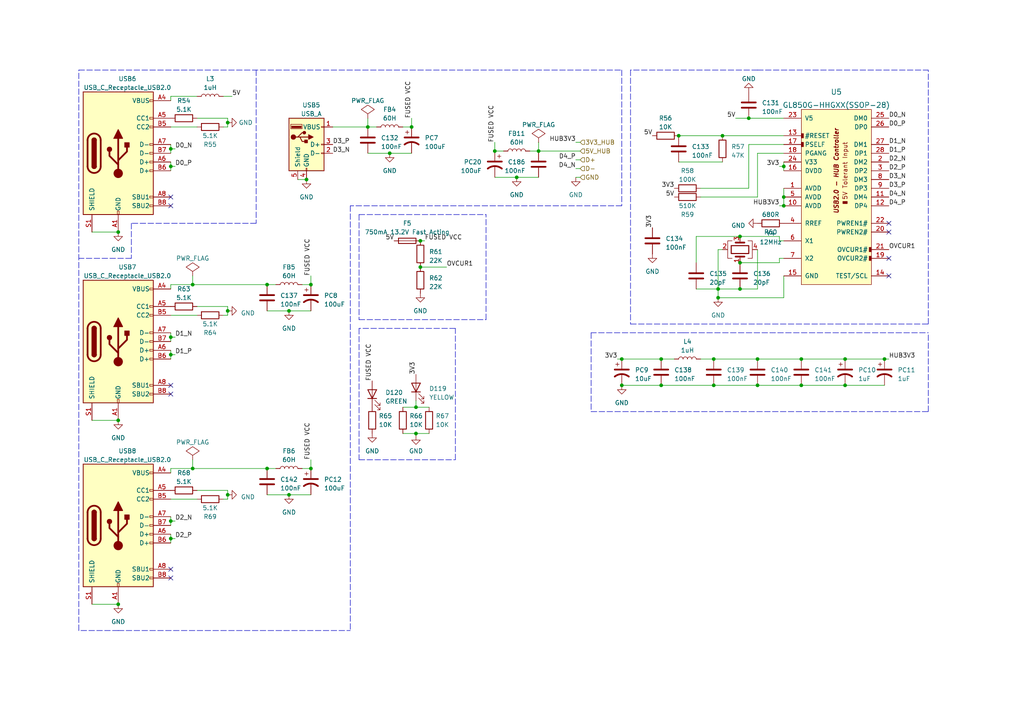
<source format=kicad_sch>
(kicad_sch (version 20211123) (generator eeschema)
  (paper "A4")
  (lib_symbols
    (symbol "Connector:USB_A" (pin_names (offset 1.016))
      (property "Reference" "J" (at -5.08 11.43 0))
      (property "Value" "USB_A" (at -5.08 8.89 0))
      (symbol "USB_A_0_1"
        (rectangle (start -5.08 -7.62) (end 5.08 7.62) (stroke (width 0.254)) (fill (type background)))
        (circle (center -3.81 2.159) (radius 0.635) (stroke (width 0.254)) (fill (type outline)))
        (rectangle (start -1.524 4.826) (end -4.318 5.334) (fill (type outline)))
        (rectangle (start -1.27 4.572) (end -4.572 5.842))
        (circle (center -0.635 3.429) (radius 0.381) (stroke (width 0.254)) (fill (type outline)))
        (rectangle (start -0.127 -7.62) (end 0.127 -6.858))
        (polyline (pts (xy -3.175 2.159) (xy -2.54 2.159) (xy -1.27 3.429) (xy -0.635 3.429)) (stroke (width 0.254)))
        (polyline (pts (xy -2.54 2.159) (xy -1.905 2.159) (xy -1.27 0.889) (xy 0 0.889)) (stroke (width 0.254)))
        (polyline (pts (xy 0.635 2.794) (xy 0.635 1.524) (xy 1.905 2.159) (xy 0.635 2.794)) (stroke (width 0.254)) (fill (type outline)))
        (rectangle (start 0.254 1.27) (end -0.508 0.508) (stroke (width 0.254)) (fill (type outline)))
        (rectangle (start 5.08 -2.667) (end 4.318 -2.413))
        (rectangle (start 5.08 -0.127) (end 4.318 0.127))
        (rectangle (start 5.08 4.953) (end 4.318 5.207))
      )
      (symbol "USB_A_1_1"
        (polyline (pts (xy -1.905 2.159) (xy 0.635 2.159)) (stroke (width 0.254)))
        (pin power_in line (at 7.62 5.08 180) (length 2.54) (name "VBUS") (number "1"))
        (pin bidirectional line (at 7.62 -2.54 180) (length 2.54) (name "D-") (number "2"))
        (pin bidirectional line (at 7.62 0 180) (length 2.54) (name "D+") (number "3"))
        (pin power_in line (at 0 -10.16 90) (length 2.54) (name "GND") (number "4"))
        (pin passive line (at -2.54 -10.16 90) (length 2.54) (name "Shield") (number "5"))
      )
    )
    (symbol "Connector:USB_C_Receptacle_USB2.0" (pin_names (offset 1.016))
      (property "Reference" "J" (at -10.16 19.05 0))
      (property "Value" "USB_C_Receptacle_USB2.0" (at 19.05 19.05 0))
      (symbol "USB_C_Receptacle_USB2.0_0_0"
        (rectangle (start -0.254 -17.78) (end 0.254 -16.764))
        (rectangle (start 10.16 -14.986) (end 9.144 -15.494))
        (rectangle (start 10.16 -12.446) (end 9.144 -12.954))
        (rectangle (start 10.16 -4.826) (end 9.144 -5.334))
        (rectangle (start 10.16 -2.286) (end 9.144 -2.794))
        (rectangle (start 10.16 0.254) (end 9.144 -0.254))
        (rectangle (start 10.16 2.794) (end 9.144 2.286))
        (rectangle (start 10.16 7.874) (end 9.144 7.366))
        (rectangle (start 10.16 10.414) (end 9.144 9.906))
        (rectangle (start 10.16 15.494) (end 9.144 14.986))
      )
      (symbol "USB_C_Receptacle_USB2.0_0_1"
        (rectangle (start -10.16 17.78) (end 10.16 -17.78) (stroke (width 0.254)) (fill (type background)))
        (arc (start -8.89 -3.81) (mid -6.985 -5.715) (end -5.08 -3.81) (stroke (width 0.508)))
        (arc (start -7.62 -3.81) (mid -6.985 -4.445) (end -6.35 -3.81) (stroke (width 0.254)))
        (arc (start -7.62 -3.81) (mid -6.985 -4.445) (end -6.35 -3.81) (stroke (width 0.254)) (fill (type outline)))
        (rectangle (start -7.62 -3.81) (end -6.35 3.81) (stroke (width 0.254)) (fill (type outline)))
        (arc (start -6.35 3.81) (mid -6.985 4.445) (end -7.62 3.81) (stroke (width 0.254)))
        (arc (start -6.35 3.81) (mid -6.985 4.445) (end -7.62 3.81) (stroke (width 0.254)) (fill (type outline)))
        (arc (start -5.08 3.81) (mid -6.985 5.715) (end -8.89 3.81) (stroke (width 0.508)))
        (circle (center -2.54 1.143) (radius 0.635) (stroke (width 0.254)) (fill (type outline)))
        (circle (center 0 -5.842) (radius 1.27) (fill (type outline)))
        (polyline (pts (xy -8.89 -3.81) (xy -8.89 3.81)) (stroke (width 0.508)))
        (polyline (pts (xy -5.08 3.81) (xy -5.08 -3.81)) (stroke (width 0.508)))
        (polyline (pts (xy 0 -5.842) (xy 0 4.318)) (stroke (width 0.508)))
        (polyline (pts (xy 0 -3.302) (xy -2.54 -0.762) (xy -2.54 0.508)) (stroke (width 0.508)))
        (polyline (pts (xy 0 -2.032) (xy 2.54 0.508) (xy 2.54 1.778)) (stroke (width 0.508)))
        (polyline (pts (xy -1.27 4.318) (xy 0 6.858) (xy 1.27 4.318) (xy -1.27 4.318)) (stroke (width 0.254)) (fill (type outline)))
        (rectangle (start 1.905 1.778) (end 3.175 3.048) (stroke (width 0.254)) (fill (type outline)))
      )
      (symbol "USB_C_Receptacle_USB2.0_1_1"
        (pin passive line (at 0 -22.86 90) (length 5.08) (name "GND") (number "A1"))
        (pin passive line (at 0 -22.86 90) (length 5.08) hide (name "GND") (number "A12"))
        (pin passive line (at 15.24 15.24 180) (length 5.08) (name "VBUS") (number "A4"))
        (pin bidirectional line (at 15.24 10.16 180) (length 5.08) (name "CC1") (number "A5"))
        (pin bidirectional line (at 15.24 -2.54 180) (length 5.08) (name "D+") (number "A6"))
        (pin bidirectional line (at 15.24 2.54 180) (length 5.08) (name "D-") (number "A7"))
        (pin bidirectional line (at 15.24 -12.7 180) (length 5.08) (name "SBU1") (number "A8"))
        (pin passive line (at 15.24 15.24 180) (length 5.08) hide (name "VBUS") (number "A9"))
        (pin passive line (at 0 -22.86 90) (length 5.08) hide (name "GND") (number "B1"))
        (pin passive line (at 0 -22.86 90) (length 5.08) hide (name "GND") (number "B12"))
        (pin passive line (at 15.24 15.24 180) (length 5.08) hide (name "VBUS") (number "B4"))
        (pin bidirectional line (at 15.24 7.62 180) (length 5.08) (name "CC2") (number "B5"))
        (pin bidirectional line (at 15.24 -5.08 180) (length 5.08) (name "D+") (number "B6"))
        (pin bidirectional line (at 15.24 0 180) (length 5.08) (name "D-") (number "B7"))
        (pin bidirectional line (at 15.24 -15.24 180) (length 5.08) (name "SBU2") (number "B8"))
        (pin passive line (at 15.24 15.24 180) (length 5.08) hide (name "VBUS") (number "B9"))
        (pin passive line (at -7.62 -22.86 90) (length 5.08) (name "SHIELD") (number "S1"))
      )
    )
    (symbol "Device:C" (pin_numbers hide) (pin_names (offset 0.254))
      (property "Reference" "C" (at 0.635 2.54 0))
      (property "Value" "C" (at 0.635 -2.54 0))
      (symbol "C_0_1"
        (polyline (pts (xy -2.032 -0.762) (xy 2.032 -0.762)) (stroke (width 0.508)))
        (polyline (pts (xy -2.032 0.762) (xy 2.032 0.762)) (stroke (width 0.508)))
      )
      (symbol "C_1_1"
        (pin passive line (at 0 3.81 270) (length 2.794) (name "~") (number "1"))
        (pin passive line (at 0 -3.81 90) (length 2.794) (name "~") (number "2"))
      )
    )
    (symbol "Device:C_Polarized_US" (pin_numbers hide) (pin_names (offset 0.254) hide)
      (property "Reference" "C" (at 0.635 2.54 0))
      (property "Value" "C_Polarized_US" (at 0.635 -2.54 0))
      (symbol "C_Polarized_US_0_1"
        (polyline (pts (xy -2.032 0.762) (xy 2.032 0.762)) (stroke (width 0.508)))
        (polyline (pts (xy -1.778 2.286) (xy -0.762 2.286)))
        (polyline (pts (xy -1.27 1.778) (xy -1.27 2.794)))
        (arc (start 2.032 -1.27) (mid 0 -0.5572) (end -2.032 -1.27) (stroke (width 0.508)))
      )
      (symbol "C_Polarized_US_1_1"
        (pin passive line (at 0 3.81 270) (length 2.794) (name "~") (number "1"))
        (pin passive line (at 0 -3.81 90) (length 3.302) (name "~") (number "2"))
      )
    )
    (symbol "Device:Crystal_GND24" (pin_names (offset 1.016) hide)
      (property "Reference" "Y" (at 3.175 5.08 0))
      (property "Value" "Crystal_GND24" (at 3.175 3.175 0))
      (symbol "Crystal_GND24_0_1"
        (rectangle (start -1.143 2.54) (end 1.143 -2.54) (stroke (width 0.3048)))
        (polyline (pts (xy -2.54 0) (xy -2.032 0)))
        (polyline (pts (xy -2.032 -1.27) (xy -2.032 1.27)) (stroke (width 0.508)))
        (polyline (pts (xy 0 -3.81) (xy 0 -3.556)))
        (polyline (pts (xy 0 3.556) (xy 0 3.81)))
        (polyline (pts (xy 2.032 -1.27) (xy 2.032 1.27)) (stroke (width 0.508)))
        (polyline (pts (xy 2.032 0) (xy 2.54 0)))
        (polyline (pts (xy -2.54 -2.286) (xy -2.54 -3.556) (xy 2.54 -3.556) (xy 2.54 -2.286)))
        (polyline (pts (xy -2.54 2.286) (xy -2.54 3.556) (xy 2.54 3.556) (xy 2.54 2.286)))
      )
      (symbol "Crystal_GND24_1_1"
        (pin passive line (at -3.81 0 0) (length 1.27) (name "1") (number "1"))
        (pin passive line (at 0 5.08 270) (length 1.27) (name "2") (number "2"))
        (pin passive line (at 3.81 0 180) (length 1.27) (name "3") (number "3"))
        (pin passive line (at 0 -5.08 90) (length 1.27) (name "4") (number "4"))
      )
    )
    (symbol "Device:Fuse" (pin_numbers hide) (pin_names (offset 0))
      (property "Reference" "F" (at 2.032 0 90))
      (property "Value" "Fuse" (at -1.905 0 90))
      (symbol "Fuse_0_1"
        (rectangle (start -0.762 -2.54) (end 0.762 2.54) (stroke (width 0.254)))
        (polyline (pts (xy 0 2.54) (xy 0 -2.54)))
      )
      (symbol "Fuse_1_1"
        (pin passive line (at 0 3.81 270) (length 1.27) (name "~") (number "1"))
        (pin passive line (at 0 -3.81 90) (length 1.27) (name "~") (number "2"))
      )
    )
    (symbol "Device:L" (pin_numbers hide) (pin_names (offset 1.016) hide)
      (property "Reference" "L" (at -1.27 0 90))
      (property "Value" "L" (at 1.905 0 90))
      (symbol "L_0_1"
        (arc (start 0 -2.54) (mid 0.635 -1.905) (end 0 -1.27))
        (arc (start 0 -1.27) (mid 0.635 -0.635) (end 0 0))
        (arc (start 0 0) (mid 0.635 0.635) (end 0 1.27))
        (arc (start 0 1.27) (mid 0.635 1.905) (end 0 2.54))
      )
      (symbol "L_1_1"
        (pin passive line (at 0 3.81 270) (length 1.27) (name "1") (number "1"))
        (pin passive line (at 0 -3.81 90) (length 1.27) (name "2") (number "2"))
      )
    )
    (symbol "Device:LED" (pin_numbers hide) (pin_names (offset 1.016) hide)
      (property "Reference" "D" (at 0 2.54 0))
      (property "Value" "LED" (at 0 -2.54 0))
      (symbol "LED_0_1"
        (polyline (pts (xy -1.27 -1.27) (xy -1.27 1.27)) (stroke (width 0.254)))
        (polyline (pts (xy -1.27 0) (xy 1.27 0)))
        (polyline (pts (xy 1.27 -1.27) (xy 1.27 1.27) (xy -1.27 0) (xy 1.27 -1.27)) (stroke (width 0.254)))
        (polyline (pts (xy -3.048 -0.762) (xy -4.572 -2.286) (xy -3.81 -2.286) (xy -4.572 -2.286) (xy -4.572 -1.524)))
        (polyline (pts (xy -1.778 -0.762) (xy -3.302 -2.286) (xy -2.54 -2.286) (xy -3.302 -2.286) (xy -3.302 -1.524)))
      )
      (symbol "LED_1_1"
        (pin passive line (at -3.81 0 0) (length 2.54) (name "K") (number "1"))
        (pin passive line (at 3.81 0 180) (length 2.54) (name "A") (number "2"))
      )
    )
    (symbol "Device:R" (pin_numbers hide) (pin_names (offset 0))
      (property "Reference" "R" (at 2.032 0 90))
      (property "Value" "R" (at 0 0 90))
      (symbol "R_0_1"
        (rectangle (start -1.016 -2.54) (end 1.016 2.54) (stroke (width 0.254)))
      )
      (symbol "R_1_1"
        (pin passive line (at 0 3.81 270) (length 1.27) (name "~") (number "1"))
        (pin passive line (at 0 -3.81 90) (length 1.27) (name "~") (number "2"))
      )
    )
    (symbol "OLIMEX_IC:GL850G-HHGXX(SSOP-28)" (pin_names (offset 1.016))
      (property "Reference" "U" (at 0 27.94 0))
      (property "Value" "GL850G-HHGXX(SSOP-28)" (at 0 -27.94 0))
      (symbol "GL850G-HHGXX(SSOP-28)_0_0"
        (rectangle (start -10.16 15.875) (end -9.525 14.605) (fill (type outline)))
        (rectangle (start -10.16 18.415) (end -9.525 17.145) (fill (type outline)))
        (rectangle (start 1.905 -1.905) (end 3.175 -1.27) (fill (type outline)))
        (rectangle (start 9.525 -17.145) (end 10.16 -18.415) (fill (type outline)))
        (rectangle (start 9.525 -14.605) (end 10.16 -15.875) (fill (type outline)))
        (text "5V Tolerant Input" (at 2.54 7.62 900) (effects (font (size 1.27 1.27))))
        (text "USB2.0 - HUB Controller" (at 0 7.62 900) (effects (font (size 1.27 1.27) bold italic)))
      )
      (symbol "GL850G-HHGXX(SSOP-28)_0_1"
        (rectangle (start -10.16 25.4) (end 10.16 -25.4) (fill (type background)))
      )
      (symbol "GL850G-HHGXX(SSOP-28)_1_1"
        (pin power_in line (at -15.24 2.54 0) (length 5.08) (name "AVDD") (number "1"))
        (pin power_in line (at -15.24 -2.54 0) (length 5.08) (name "AVDD") (number "10"))
        (pin bidirectional line (at 15.24 0 180) (length 5.08) (name "DM4") (number "11"))
        (pin bidirectional line (at 15.24 -2.54 180) (length 5.08) (name "DP4") (number "12"))
        (pin input line (at -15.24 17.78 0) (length 5.08) (name "#RESET") (number "13"))
        (pin input line (at 15.24 -22.86 180) (length 5.08) (name "TEST/SCL") (number "14"))
        (pin power_in line (at -15.24 -22.86 0) (length 5.08) (name "GND") (number "15"))
        (pin power_in line (at -15.24 7.62 0) (length 5.08) (name "DVDD") (number "16"))
        (pin input line (at -15.24 15.24 0) (length 5.08) (name "PSELF") (number "17"))
        (pin bidirectional line (at -15.24 12.7 0) (length 5.08) (name "PGANG") (number "18"))
        (pin bidirectional line (at 15.24 -17.78 180) (length 5.08) (name "OVCUR2#") (number "19"))
        (pin bidirectional line (at 15.24 10.16 180) (length 5.08) (name "DM2") (number "2"))
        (pin output line (at 15.24 -10.16 180) (length 5.08) (name "PWREN2#") (number "20"))
        (pin bidirectional line (at 15.24 -15.24 180) (length 5.08) (name "OVCUR1#") (number "21"))
        (pin output line (at 15.24 -7.62 180) (length 5.08) (name "PWREN1#") (number "22"))
        (pin power_in line (at -15.24 22.86 0) (length 5.08) (name "V5") (number "23"))
        (pin power_out line (at -15.24 10.16 0) (length 5.08) (name "V33") (number "24"))
        (pin bidirectional line (at 15.24 22.86 180) (length 5.08) (name "DM0") (number "25"))
        (pin bidirectional line (at 15.24 20.32 180) (length 5.08) (name "DP0") (number "26"))
        (pin bidirectional line (at 15.24 15.24 180) (length 5.08) (name "DM1") (number "27"))
        (pin bidirectional line (at 15.24 12.7 180) (length 5.08) (name "DP1") (number "28"))
        (pin bidirectional line (at 15.24 7.62 180) (length 5.08) (name "DP2") (number "3"))
        (pin bidirectional line (at -15.24 -7.62 0) (length 5.08) (name "RREF") (number "4"))
        (pin power_in line (at -15.24 0 0) (length 5.08) (name "AVDD") (number "5"))
        (pin input line (at -15.24 -12.7 0) (length 5.08) (name "X1") (number "6"))
        (pin output line (at -15.24 -17.78 0) (length 5.08) (name "X2") (number "7"))
        (pin bidirectional line (at 15.24 5.08 180) (length 5.08) (name "DM3") (number "8"))
        (pin bidirectional line (at 15.24 2.54 180) (length 5.08) (name "DP3") (number "9"))
      )
    )
    (symbol "OLIMEX_Power:GND" (power) (pin_names (offset 0))
      (property "Value" "GND" (at 0 -3.81 0))
      (symbol "GND_0_1"
        (polyline (pts (xy 0 0) (xy 0 -1.27) (xy 1.27 -1.27) (xy 0 -2.54) (xy -1.27 -1.27) (xy 0 -1.27)))
      )
      (symbol "GND_1_1"
        (pin power_in line (at 0 0 270) (length 0) hide (name "GND") (number "1"))
      )
    )
    (symbol "OLIMEX_Power:PWR_FLAG" (power) (pin_numbers hide) (pin_names (offset 0) hide)
      (property "Value" "PWR_FLAG" (at 0 4.572 0))
      (symbol "PWR_FLAG_0_0"
        (pin power_out line (at 0 0 90) (length 0) (name "pwr") (number "1"))
      )
      (symbol "PWR_FLAG_0_1"
        (polyline (pts (xy 0 0) (xy 0 1.27) (xy -1.905 2.54) (xy 0 3.81) (xy 1.905 2.54) (xy 0 1.27)))
      )
    )
  )
  (junction (at 180.34 111.76) (diameter 0.9144))
  (junction (at 55.88 135.89) (diameter 0.9144))
  (junction (at 49.53 102.87) (diameter 0.9144))
  (junction (at 219.71 104.14) (diameter 0.9144))
  (junction (at 34.29 67.31))
  (junction (at 77.47 82.55) (diameter 0.9144))
  (junction (at 207.01 104.14) (diameter 0.9144))
  (junction (at 209.55 39.37) (diameter 0.9144))
  (junction (at 207.01 111.76) (diameter 0.9144))
  (junction (at 119.38 36.83) (diameter 0.9144))
  (junction (at 66.04 143.51) (diameter 0.9144))
  (junction (at 83.82 143.51) (diameter 0.9144))
  (junction (at 120.65 118.11))
  (junction (at 49.53 43.18) (diameter 0.9144))
  (junction (at 113.03 44.45) (diameter 0.9144))
  (junction (at 34.29 175.26))
  (junction (at 227.33 48.26) (diameter 0.9144))
  (junction (at 66.04 35.56))
  (junction (at 90.17 82.55) (diameter 0.9144))
  (junction (at 208.28 83.82) (diameter 0.9144))
  (junction (at 143.51 43.815) (diameter 0.9144))
  (junction (at 191.77 104.14) (diameter 0.9144))
  (junction (at 256.54 104.14) (diameter 0.9144))
  (junction (at 149.86 51.435) (diameter 0.9144))
  (junction (at 208.28 86.36) (diameter 0.9144))
  (junction (at 49.53 48.26) (diameter 0.9144))
  (junction (at 214.63 68.58))
  (junction (at 180.34 104.14) (diameter 0.9144))
  (junction (at 49.53 156.21) (diameter 0.9144))
  (junction (at 191.77 111.76) (diameter 0.9144))
  (junction (at 106.68 36.83) (diameter 0.9144))
  (junction (at 227.33 59.69) (diameter 0.9144))
  (junction (at 217.17 34.29) (diameter 0.9144))
  (junction (at 90.17 135.89) (diameter 0.9144))
  (junction (at 219.71 111.76) (diameter 0.9144))
  (junction (at 232.41 111.76) (diameter 0.9144))
  (junction (at 196.85 39.37) (diameter 0.9144))
  (junction (at 245.11 111.76) (diameter 0.9144))
  (junction (at 49.53 97.79) (diameter 0.9144))
  (junction (at 88.9 52.07))
  (junction (at 120.65 125.73))
  (junction (at 55.88 82.55) (diameter 0.9144))
  (junction (at 121.92 69.85) (diameter 0.9144))
  (junction (at 232.41 104.14) (diameter 0.9144))
  (junction (at 121.92 77.47) (diameter 0.9144))
  (junction (at 156.21 43.815) (diameter 0.9144))
  (junction (at 227.33 57.15) (diameter 0.9144))
  (junction (at 214.63 76.2))
  (junction (at 34.29 121.92))
  (junction (at 66.04 90.17) (diameter 0.9144))
  (junction (at 77.47 135.89) (diameter 0.9144))
  (junction (at 83.82 90.17) (diameter 0.9144))
  (junction (at 245.11 104.14) (diameter 0.9144))
  (junction (at 214.63 83.82))
  (junction (at 49.53 151.13) (diameter 0.9144))
  (no_connect (at 49.53 111.76))
  (no_connect (at 49.53 165.1))
  (no_connect (at 257.81 74.93))
  (no_connect (at 49.53 59.69))
  (no_connect (at 257.81 64.77))
  (no_connect (at 257.81 67.31))
  (no_connect (at 49.53 114.3))
  (no_connect (at 257.81 80.01))
  (no_connect (at 49.53 167.64))
  (no_connect (at 49.53 57.15))
  (wire (pts (xy 180.34 104.14) (xy 191.77 104.14)))
  (wire (pts (xy 201.93 68.58) (xy 214.63 68.58)))
  (wire (pts (xy 55.88 133.35) (xy 55.88 135.89)))
  (wire (pts (xy 191.77 111.76) (xy 207.01 111.76)))
  (wire (pts (xy 77.47 90.17) (xy 83.82 90.17)))
  (wire (pts (xy 120.65 116.205) (xy 120.65 118.11)))
  (wire (pts (xy 49.53 83.82) (xy 49.53 82.55)))
  (wire (pts (xy 49.53 156.21) (xy 49.53 157.48)))
  (polyline (pts (xy 34.29 182.88) (xy 101.6 182.88)) (stroke (width 0) (type dash)))
  (wire (pts (xy 245.11 104.14) (xy 256.54 104.14)))
  (wire (pts (xy 49.53 144.78) (xy 57.15 144.78)))
  (wire (pts (xy 226.06 48.26) (xy 227.33 48.26)))
  (wire (pts (xy 57.15 34.29) (xy 66.04 34.29)))
  (wire (pts (xy 87.63 82.55) (xy 90.17 82.55)))
  (wire (pts (xy 208.28 83.82) (xy 214.63 83.82)))
  (wire (pts (xy 214.63 76.2) (xy 226.06 76.2)))
  (polyline (pts (xy 198.12 96.52) (xy 171.45 96.52)) (stroke (width 0) (type dash)))
  (polyline (pts (xy 38.1 74.93) (xy 22.86 74.93)) (stroke (width 0) (type dash)))
  (wire (pts (xy 49.53 48.26) (xy 49.53 49.53)))
  (wire (pts (xy 226.06 74.93) (xy 227.33 74.93)))
  (polyline (pts (xy 269.24 119.38) (xy 269.24 96.52)) (stroke (width 0) (type dash)))
  (wire (pts (xy 77.47 135.89) (xy 80.01 135.89)))
  (wire (pts (xy 213.36 34.29) (xy 217.17 34.29)))
  (wire (pts (xy 167.005 51.435) (xy 168.275 51.435)))
  (wire (pts (xy 106.68 44.45) (xy 113.03 44.45)))
  (wire (pts (xy 120.65 125.73) (xy 124.46 125.73)))
  (wire (pts (xy 49.53 137.16) (xy 49.53 135.89)))
  (wire (pts (xy 196.85 46.99) (xy 209.55 46.99)))
  (wire (pts (xy 156.21 43.815) (xy 168.275 43.815)))
  (wire (pts (xy 119.38 34.29) (xy 119.38 36.83)))
  (wire (pts (xy 120.65 118.11) (xy 124.46 118.11)))
  (polyline (pts (xy 104.14 92.71) (xy 140.97 92.71)) (stroke (width 0) (type dash)))
  (wire (pts (xy 64.77 144.78) (xy 66.04 144.78)))
  (wire (pts (xy 26.67 121.92) (xy 34.29 121.92)))
  (wire (pts (xy 49.53 91.44) (xy 57.15 91.44)))
  (wire (pts (xy 77.47 82.55) (xy 80.01 82.55)))
  (polyline (pts (xy 34.29 182.88) (xy 22.86 182.88)) (stroke (width 0) (type dash)))
  (wire (pts (xy 49.53 82.55) (xy 55.88 82.55)))
  (wire (pts (xy 49.53 48.26) (xy 50.8 48.26)))
  (wire (pts (xy 57.15 88.9) (xy 66.04 88.9)))
  (polyline (pts (xy 182.88 93.98) (xy 269.24 93.98)) (stroke (width 0) (type dash)))
  (wire (pts (xy 55.88 82.55) (xy 77.47 82.55)))
  (wire (pts (xy 217.17 54.61) (xy 217.17 41.91)))
  (wire (pts (xy 49.53 156.21) (xy 50.8 156.21)))
  (wire (pts (xy 227.33 86.36) (xy 208.28 86.36)))
  (wire (pts (xy 203.2 54.61) (xy 217.17 54.61)))
  (wire (pts (xy 49.53 149.86) (xy 49.53 151.13)))
  (wire (pts (xy 66.04 35.56) (xy 66.04 36.83)))
  (wire (pts (xy 57.15 142.24) (xy 66.04 142.24)))
  (wire (pts (xy 90.17 133.35) (xy 90.17 135.89)))
  (wire (pts (xy 208.28 86.36) (xy 208.28 83.82)))
  (wire (pts (xy 66.04 88.9) (xy 66.04 90.17)))
  (wire (pts (xy 156.21 41.275) (xy 156.21 43.815)))
  (polyline (pts (xy 219.71 20.32) (xy 182.88 20.32)) (stroke (width 0) (type dash)))
  (wire (pts (xy 116.84 36.83) (xy 119.38 36.83)))
  (wire (pts (xy 227.33 57.15) (xy 227.33 59.69)))
  (wire (pts (xy 66.04 143.51) (xy 66.04 144.78)))
  (wire (pts (xy 49.53 154.94) (xy 49.53 156.21)))
  (wire (pts (xy 219.71 83.82) (xy 214.63 83.82)))
  (wire (pts (xy 226.06 76.2) (xy 226.06 74.93)))
  (polyline (pts (xy 74.295 20.32) (xy 74.295 64.77)) (stroke (width 0) (type dash)))
  (wire (pts (xy 167.005 48.895) (xy 168.275 48.895)))
  (wire (pts (xy 209.55 72.39) (xy 208.28 72.39)))
  (wire (pts (xy 64.77 36.83) (xy 66.04 36.83)))
  (wire (pts (xy 156.21 51.435) (xy 149.86 51.435)))
  (polyline (pts (xy 180.34 59.69) (xy 101.6 59.69)) (stroke (width 0) (type dash)))
  (wire (pts (xy 196.85 39.37) (xy 209.55 39.37)))
  (polyline (pts (xy 180.34 20.32) (xy 180.34 59.69)) (stroke (width 0) (type dash)))
  (polyline (pts (xy 132.08 133.35) (xy 132.08 95.25)) (stroke (width 0) (type dash)))
  (polyline (pts (xy 38.1 64.77) (xy 38.1 74.93)) (stroke (width 0) (type dash)))
  (wire (pts (xy 167.005 41.275) (xy 168.275 41.275)))
  (wire (pts (xy 201.93 68.58) (xy 201.93 76.2)))
  (wire (pts (xy 106.68 36.83) (xy 109.22 36.83)))
  (polyline (pts (xy 101.6 59.69) (xy 101.6 182.88)) (stroke (width 0) (type dash)))
  (polyline (pts (xy 104.14 95.25) (xy 104.14 133.35)) (stroke (width 0) (type dash)))
  (wire (pts (xy 208.28 72.39) (xy 208.28 83.82)))
  (wire (pts (xy 66.04 34.29) (xy 66.04 35.56)))
  (wire (pts (xy 121.92 77.47) (xy 129.54 77.47)))
  (polyline (pts (xy 182.88 20.32) (xy 182.88 93.98)) (stroke (width 0) (type dash)))
  (wire (pts (xy 214.63 68.58) (xy 226.06 68.58)))
  (wire (pts (xy 49.53 27.94) (xy 49.53 29.21)))
  (wire (pts (xy 49.53 97.79) (xy 49.53 99.06)))
  (wire (pts (xy 167.005 46.355) (xy 168.275 46.355)))
  (wire (pts (xy 156.21 43.815) (xy 153.67 43.815)))
  (wire (pts (xy 66.04 142.24) (xy 66.04 143.51)))
  (polyline (pts (xy 198.12 96.52) (xy 269.24 96.52)) (stroke (width 0) (type dash)))
  (wire (pts (xy 227.33 48.26) (xy 227.33 49.53)))
  (wire (pts (xy 55.88 135.89) (xy 77.47 135.89)))
  (wire (pts (xy 227.33 80.01) (xy 227.33 86.36)))
  (wire (pts (xy 64.77 27.94) (xy 67.31 27.94)))
  (polyline (pts (xy 104.14 62.23) (xy 104.14 92.71)) (stroke (width 0) (type dash)))
  (wire (pts (xy 120.65 125.73) (xy 120.65 126.365)))
  (wire (pts (xy 49.53 97.79) (xy 50.8 97.79)))
  (wire (pts (xy 116.84 125.73) (xy 120.65 125.73)))
  (wire (pts (xy 49.53 46.99) (xy 49.53 48.26)))
  (wire (pts (xy 64.77 91.44) (xy 66.04 91.44)))
  (wire (pts (xy 226.06 69.85) (xy 227.33 69.85)))
  (wire (pts (xy 219.71 72.39) (xy 219.71 83.82)))
  (wire (pts (xy 180.34 111.76) (xy 191.77 111.76)))
  (wire (pts (xy 90.17 80.01) (xy 90.17 82.55)))
  (wire (pts (xy 26.67 175.26) (xy 34.29 175.26)))
  (polyline (pts (xy 219.71 20.32) (xy 269.24 20.32)) (stroke (width 0) (type dash)))
  (polyline (pts (xy 171.45 119.38) (xy 269.24 119.38)) (stroke (width 0) (type dash)))
  (wire (pts (xy 207.01 111.76) (xy 219.71 111.76)))
  (wire (pts (xy 106.68 34.29) (xy 106.68 36.83)))
  (wire (pts (xy 49.53 41.91) (xy 49.53 43.18)))
  (wire (pts (xy 26.67 67.31) (xy 34.29 67.31)))
  (wire (pts (xy 256.54 104.14) (xy 257.81 104.14)))
  (wire (pts (xy 227.33 46.99) (xy 227.33 48.26)))
  (wire (pts (xy 232.41 104.14) (xy 245.11 104.14)))
  (wire (pts (xy 49.53 102.87) (xy 50.8 102.87)))
  (wire (pts (xy 203.2 104.14) (xy 207.01 104.14)))
  (wire (pts (xy 226.06 59.69) (xy 227.33 59.69)))
  (wire (pts (xy 49.53 96.52) (xy 49.53 97.79)))
  (polyline (pts (xy 140.97 92.71) (xy 140.97 62.23)) (stroke (width 0) (type dash)))
  (wire (pts (xy 219.71 57.15) (xy 219.71 44.45)))
  (wire (pts (xy 55.88 80.01) (xy 55.88 82.55)))
  (wire (pts (xy 217.17 41.91) (xy 227.33 41.91)))
  (wire (pts (xy 226.06 68.58) (xy 226.06 69.85)))
  (polyline (pts (xy 22.86 20.32) (xy 180.34 20.32)) (stroke (width 0) (type dash)))
  (wire (pts (xy 232.41 111.76) (xy 245.11 111.76)))
  (wire (pts (xy 83.82 143.51) (xy 90.17 143.51)))
  (wire (pts (xy 217.17 34.29) (xy 227.33 34.29)))
  (wire (pts (xy 49.53 36.83) (xy 57.15 36.83)))
  (wire (pts (xy 143.51 41.275) (xy 143.51 43.815)))
  (polyline (pts (xy 104.14 133.35) (xy 132.08 133.35)) (stroke (width 0) (type dash)))
  (wire (pts (xy 49.53 151.13) (xy 49.53 152.4)))
  (wire (pts (xy 49.53 27.94) (xy 57.15 27.94)))
  (polyline (pts (xy 74.295 64.77) (xy 38.1 64.77)) (stroke (width 0) (type dash)))
  (wire (pts (xy 49.53 102.87) (xy 49.53 104.14)))
  (wire (pts (xy 219.71 44.45) (xy 227.33 44.45)))
  (polyline (pts (xy 269.24 93.98) (xy 269.24 20.32)) (stroke (width 0) (type dash)))
  (wire (pts (xy 149.86 51.435) (xy 143.51 51.435)))
  (wire (pts (xy 49.53 43.18) (xy 49.53 44.45)))
  (wire (pts (xy 113.03 44.45) (xy 119.38 44.45)))
  (wire (pts (xy 66.04 90.17) (xy 66.04 91.44)))
  (wire (pts (xy 201.93 83.82) (xy 208.28 83.82)))
  (wire (pts (xy 219.71 104.14) (xy 232.41 104.14)))
  (wire (pts (xy 121.92 69.85) (xy 123.19 69.85)))
  (wire (pts (xy 207.01 104.14) (xy 219.71 104.14)))
  (wire (pts (xy 49.53 101.6) (xy 49.53 102.87)))
  (wire (pts (xy 49.53 135.89) (xy 55.88 135.89)))
  (wire (pts (xy 227.33 54.61) (xy 227.33 57.15)))
  (wire (pts (xy 191.77 104.14) (xy 195.58 104.14)))
  (wire (pts (xy 86.36 52.07) (xy 88.9 52.07)))
  (wire (pts (xy 219.71 111.76) (xy 232.41 111.76)))
  (wire (pts (xy 209.55 39.37) (xy 227.33 39.37)))
  (wire (pts (xy 83.82 90.17) (xy 90.17 90.17)))
  (wire (pts (xy 49.53 151.13) (xy 50.8 151.13)))
  (wire (pts (xy 245.11 111.76) (xy 256.54 111.76)))
  (polyline (pts (xy 171.45 96.52) (xy 171.45 119.38)) (stroke (width 0) (type dash)))
  (wire (pts (xy 77.47 143.51) (xy 83.82 143.51)))
  (wire (pts (xy 179.07 104.14) (xy 180.34 104.14)))
  (wire (pts (xy 49.53 43.18) (xy 50.8 43.18)))
  (polyline (pts (xy 22.86 182.88) (xy 22.86 20.32)) (stroke (width 0) (type dash)))
  (wire (pts (xy 203.2 57.15) (xy 219.71 57.15)))
  (wire (pts (xy 87.63 135.89) (xy 90.17 135.89)))
  (polyline (pts (xy 104.14 62.23) (xy 140.97 62.23)) (stroke (width 0) (type dash)))
  (polyline (pts (xy 132.08 95.25) (xy 104.14 95.25)) (stroke (width 0) (type dash)))
  (wire (pts (xy 146.05 43.815) (xy 143.51 43.815)))
  (wire (pts (xy 116.84 118.11) (xy 120.65 118.11)))
  (wire (pts (xy 96.52 36.83) (xy 106.68 36.83)))
  (label "D3_P" (at 96.52 41.91 0))
  (label "D4_P" (at 257.81 59.69 0))
  (label "OVCUR1" (at 257.81 72.39 0))
  (label "HUB3V3" (at 167.005 41.275 180))
  (label "D4_N" (at 257.81 57.15 0))
  (label "3V3" (at 120.65 108.585 90))
  (label "FUSED VCC" (at 123.19 69.85 0))
  (label "FUSED VCC" (at 119.38 34.29 90))
  (label "5V" (at 213.36 34.29 180))
  (label "D3_N" (at 96.52 44.45 0))
  (label "5V" (at 195.58 57.15 180))
  (label "D2_N" (at 50.8 151.13 0))
  (label "D0_N" (at 257.81 34.29 0))
  (label "D3_P" (at 257.81 54.61 0))
  (label "3V3" (at 179.07 104.14 180))
  (label "D2_P" (at 50.8 156.21 0))
  (label "3V3" (at 195.58 54.61 180))
  (label "3V3" (at 189.23 66.04 90))
  (label "FUSED VCC" (at 107.95 110.49 90))
  (label "D0_P" (at 50.8 48.26 0))
  (label "HUB3V3" (at 226.06 59.69 180))
  (label "D2_P" (at 257.81 49.53 0))
  (label "FUSED VCC" (at 90.17 80.01 90))
  (label "D0_P" (at 257.81 36.83 0))
  (label "FUSED VCC" (at 90.17 133.35 90))
  (label "D1_P" (at 50.8 102.87 0))
  (label "D0_N" (at 50.8 43.18 0))
  (label "D3_N" (at 257.81 52.07 0))
  (label "HUB3V3" (at 257.81 104.14 0))
  (label "FUSED VCC" (at 143.51 41.275 90))
  (label "D2_N" (at 257.81 46.99 0))
  (label "3V3" (at 226.06 48.26 180))
  (label "D1_N" (at 257.81 41.91 0))
  (label "D4_N" (at 167.005 48.895 180))
  (label "OVCUR1" (at 129.54 77.47 0))
  (label "D1_N" (at 50.8 97.79 0))
  (label "5V" (at 189.23 39.37 180))
  (label "D1_P" (at 257.81 44.45 0))
  (label "5V" (at 67.31 27.94 0))
  (label "5V" (at 114.3 69.85 180))
  (label "D4_P" (at 167.005 46.355 180))
  (hierarchical_label "5V_HUB" (shape input) (at 168.275 43.815 0))
  (hierarchical_label "3V3_HUB" (shape input) (at 168.275 41.275 0))
  (hierarchical_label "D+" (shape input) (at 168.275 46.355 0))
  (hierarchical_label "D-" (shape input) (at 168.275 48.895 0))
  (hierarchical_label "GND" (shape input) (at 168.275 51.435 0))
  (symbol (lib_id "Device:R") (at 124.46 121.92 0) (unit 1)
    (property "Reference" "R67" (at 126.365 120.6499 0) (effects (justify left)))
    (property "Value" "10K" (at 126.365 123.1899 0) (effects (justify left)))
    (property "Footprint" "Resistor_SMD:R_0603_1608Metric" (effects hide))
  )
  (symbol (lib_id "Device:C") (at 217.17 30.48 0) (unit 1)
    (property "Reference" "C131" (at 220.98 29.8449 0) (effects (justify left)))
    (property "Value" "100nF" (at 220.98 32.3849 0) (effects (justify left)))
    (property "Footprint" "Capacitor_SMD:C_0603_1608Metric" (effects hide))
  )
  (symbol (lib_id "Connector:USB_C_Receptacle_USB2.0") (at 34.29 99.06 0) (unit 1)
    (property "Reference" "USB7" (at 36.957 77.47 0))
    (property "Value" "USB_C_Receptacle_USB2.0" (at 36.957 80.01 0))
    (property "Footprint" "Connector_USB:USB_C_Receptacle_Palconn_UTC16-G" (effects hide))
    (property "Datasheet" "https://www.usb.org/sites/default/files/documents/usb_type-c.zip" (effects hide))
  )
  (symbol (lib_id "OLIMEX_Power:GND") (at 189.23 73.66 0) (unit 1)
    (property "Reference" "#PWR0304" (effects hide))
    (property "Value" "GND" (at 189.23 78.74 0))
  )
  (symbol (lib_id "Device:C_Polarized_US") (at 256.54 107.95 0) (unit 1)
    (property "Reference" "PC11" (at 260.35 107.3149 0) (effects (justify left)))
    (property "Value" "1uF" (at 260.35 109.8549 0) (effects (justify left)))
    (property "Footprint" "Capacitor_SMD:CP_Elec_6.3x5.7" (effects hide))
  )
  (symbol (lib_id "Device:C") (at 232.41 107.95 0) (unit 1)
    (property "Reference" "C141" (at 236.22 107.3149 0) (effects (justify left)))
    (property "Value" "100nF" (at 236.22 109.8549 0) (effects (justify left)))
    (property "Footprint" "Capacitor_SMD:C_0603_1608Metric" (effects hide))
  )
  (symbol (lib_id "Device:L") (at 83.82 82.55 90) (unit 1)
    (property "Reference" "FB5" (at 83.82 77.47 90))
    (property "Value" "60H" (at 83.82 80.01 90))
    (property "Footprint" "Inductor_SMD:L_0805_2012Metric" (effects hide))
  )
  (symbol (lib_id "Device:C") (at 214.63 80.01 0) (unit 1)
    (property "Reference" "C136" (at 218.44 79.3749 0) (effects (justify left)))
    (property "Value" "20pF" (at 218.44 81.9149 0) (effects (justify left)))
    (property "Footprint" "Capacitor_SMD:C_0603_1608Metric" (effects hide))
  )
  (symbol (lib_id "OLIMEX_Power:PWR_FLAG") (at 106.68 34.29 0) (unit 1)
    (property "Reference" "#FLG04" (effects hide))
    (property "Value" "PWR_FLAG" (at 106.68 29.21 0))
  )
  (symbol (lib_id "Device:R") (at 209.55 43.18 0) (unit 1)
    (property "Reference" "R57" (at 212.09 42.5449 0) (effects (justify left)))
    (property "Value" "47K" (at 212.09 45.0849 0) (effects (justify left)))
    (property "Footprint" "Resistor_SMD:R_0603_1608Metric" (effects hide))
  )
  (symbol (lib_id "Device:R") (at 53.34 34.29 90) (unit 1)
    (property "Reference" "R54" (at 53.34 29.21 90))
    (property "Value" "5.1K" (at 53.34 31.75 90))
    (property "Footprint" "Resistor_SMD:R_0603_1608Metric" (effects hide))
  )
  (symbol (lib_id "Device:R") (at 193.04 39.37 90) (unit 1)
    (property "Reference" "R56" (at 193.04 34.29 90))
    (property "Value" "10K" (at 193.04 36.83 90))
    (property "Footprint" "Resistor_SMD:R_0603_1608Metric" (effects hide))
  )
  (symbol (lib_id "OLIMEX_Power:GND") (at 83.82 90.17 0) (unit 1)
    (property "Reference" "#PWR0308" (effects hide))
    (property "Value" "GND" (at 83.82 95.25 0))
  )
  (symbol (lib_id "Device:R") (at 116.84 121.92 0) (unit 1)
    (property "Reference" "R66" (at 118.745 120.6499 0) (effects (justify left)))
    (property "Value" "10K" (at 118.745 123.19 0) (effects (justify left)))
    (property "Footprint" "Resistor_SMD:R_0603_1608Metric" (effects hide))
  )
  (symbol (lib_id "OLIMEX_Power:GND") (at 149.86 51.435 0) (mirror y) (unit 1)
    (property "Reference" "#PWR0402" (effects hide))
    (property "Value" "GND" (at 149.86 56.515 0))
  )
  (symbol (lib_id "Device:Fuse") (at 118.11 69.85 90) (unit 1)
    (property "Reference" "F5" (at 118.11 64.77 90))
    (property "Value" "750mA 13.2V Fast Acting" (at 118.11 67.31 90))
    (property "Footprint" "Fuse:Fuse_1812_4532Metric" (effects hide))
  )
  (symbol (lib_id "Device:C_Polarized_US") (at 180.34 107.95 0) (unit 1)
    (property "Reference" "PC9" (at 184.15 107.3149 0) (effects (justify left)))
    (property "Value" "10uF" (at 184.15 109.8549 0) (effects (justify left)))
    (property "Footprint" "Capacitor_SMD:CP_Elec_6.3x5.7" (effects hide))
  )
  (symbol (lib_id "OLIMEX_Power:GND") (at 208.28 86.36 0) (unit 1)
    (property "Reference" "#PWR0306" (effects hide))
    (property "Value" "GND" (at 208.28 91.44 0))
  )
  (symbol (lib_id "Device:R") (at 53.34 88.9 90) (unit 1)
    (property "Reference" "R63" (at 53.34 83.82 90))
    (property "Value" "5.1K" (at 53.34 86.36 90))
    (property "Footprint" "Resistor_SMD:R_0603_1608Metric" (effects hide))
  )
  (symbol (lib_id "Device:R") (at 199.39 54.61 90) (unit 1)
    (property "Reference" "R58" (at 199.39 49.53 90))
    (property "Value" "100K" (at 199.39 52.07 90))
    (property "Footprint" "Resistor_SMD:R_0603_1608Metric" (effects hide))
  )
  (symbol (lib_id "Device:C_Polarized_US") (at 90.17 86.36 0) (unit 1)
    (property "Reference" "PC8" (at 93.98 85.7249 0) (effects (justify left)))
    (property "Value" "100uF" (at 93.98 88.2649 0) (effects (justify left)))
    (property "Footprint" "Capacitor_SMD:CP_Elec_6.3x5.7" (effects hide))
  )
  (symbol (lib_id "OLIMEX_Power:GND") (at 34.29 121.92 0) (unit 1)
    (property "Reference" "#PWR0310" (effects hide))
    (property "Value" "GND" (at 34.29 127 0))
  )
  (symbol (lib_id "OLIMEX_Power:GND") (at 34.29 175.26 0) (unit 1)
    (property "Reference" "#PWR0315" (effects hide))
    (property "Value" "GND" (at 34.29 180.34 0))
  )
  (symbol (lib_id "Device:C") (at 156.21 47.625 0) (mirror y) (unit 1)
    (property "Reference" "C186" (at 152.4 46.9899 0) (effects (justify left)))
    (property "Value" "100nF" (at 152.4 49.5299 0) (effects (justify left)))
    (property "Footprint" "Capacitor_SMD:C_0603_1608Metric" (effects hide))
  )
  (symbol (lib_id "Device:R") (at 223.52 64.77 90) (unit 1)
    (property "Reference" "R60" (at 223.52 67.31 90))
    (property "Value" "680R" (at 223.52 62.23 90))
    (property "Footprint" "Resistor_SMD:R_0603_1608Metric" (effects hide))
  )
  (symbol (lib_id "Device:C") (at 201.93 80.01 0) (unit 1)
    (property "Reference" "C135" (at 205.74 79.3749 0) (effects (justify left)))
    (property "Value" "20pF" (at 205.74 81.9149 0) (effects (justify left)))
    (property "Footprint" "Capacitor_SMD:C_0603_1608Metric" (effects hide))
  )
  (symbol (lib_id "OLIMEX_Power:GND") (at 113.03 44.45 0) (unit 1)
    (property "Reference" "#PWR0300" (effects hide))
    (property "Value" "GND" (at 113.03 49.53 0))
  )
  (symbol (lib_id "Device:L") (at 113.03 36.83 90) (unit 1)
    (property "Reference" "FB4" (at 113.03 31.75 90))
    (property "Value" "60H" (at 113.03 34.29 90))
    (property "Footprint" "Inductor_SMD:L_0805_2012Metric" (effects hide))
  )
  (symbol (lib_id "Device:C") (at 77.47 139.7 0) (unit 1)
    (property "Reference" "C142" (at 81.28 139.0649 0) (effects (justify left)))
    (property "Value" "100nF" (at 81.28 141.6049 0) (effects (justify left)))
    (property "Footprint" "Capacitor_SMD:C_0603_1608Metric" (effects hide))
  )
  (symbol (lib_id "Device:Crystal_GND24") (at 214.63 72.39 90) (unit 1)
    (property "Reference" "Y4" (at 223.52 67.691 90))
    (property "Value" "12MHz" (at 223.52 70.231 90))
    (property "Footprint" "Crystal:Crystal_SMD_3225-4Pin_3.2x2.5mm" (effects hide))
  )
  (symbol (lib_id "Device:C") (at 196.85 43.18 0) (unit 1)
    (property "Reference" "C133" (at 200.66 42.5449 0) (effects (justify left)))
    (property "Value" "100nF" (at 200.66 45.0849 0) (effects (justify left)))
    (property "Footprint" "Capacitor_SMD:C_0603_1608Metric" (effects hide))
  )
  (symbol (lib_id "Device:R") (at 121.92 73.66 0) (unit 1)
    (property "Reference" "R61" (at 124.46 73.0249 0) (effects (justify left)))
    (property "Value" "22K" (at 124.46 75.5649 0) (effects (justify left)))
    (property "Footprint" "Resistor_SMD:R_0603_1608Metric" (effects hide))
  )
  (symbol (lib_id "Device:R") (at 107.95 121.92 0) (unit 1)
    (property "Reference" "R65" (at 109.855 120.6499 0) (effects (justify left)))
    (property "Value" "10K" (at 109.855 123.1899 0) (effects (justify left)))
    (property "Footprint" "Resistor_SMD:R_0603_1608Metric" (effects hide))
  )
  (symbol (lib_id "Connector:USB_C_Receptacle_USB2.0") (at 34.29 152.4 0) (unit 1)
    (property "Reference" "USB8" (at 36.957 130.81 0))
    (property "Value" "USB_C_Receptacle_USB2.0" (at 36.957 133.35 0))
    (property "Footprint" "Connector_USB:USB_C_Receptacle_Palconn_UTC16-G" (effects hide))
    (property "Datasheet" "https://www.usb.org/sites/default/files/documents/usb_type-c.zip" (effects hide))
  )
  (symbol (lib_id "Device:C_Polarized_US") (at 245.11 107.95 0) (unit 1)
    (property "Reference" "PC10" (at 248.92 107.3149 0) (effects (justify left)))
    (property "Value" "1uF" (at 248.92 109.8549 0) (effects (justify left)))
    (property "Footprint" "Capacitor_SMD:CP_Elec_6.3x5.7" (effects hide))
  )
  (symbol (lib_id "Device:L") (at 83.82 135.89 90) (unit 1)
    (property "Reference" "FB6" (at 83.82 130.81 90))
    (property "Value" "60H" (at 83.82 133.35 90))
    (property "Footprint" "Inductor_SMD:L_0805_2012Metric" (effects hide))
  )
  (symbol (lib_id "Device:L") (at 149.86 43.815 270) (mirror x) (unit 1)
    (property "Reference" "FB11" (at 149.86 38.735 90))
    (property "Value" "60H" (at 149.86 41.275 90))
    (property "Footprint" "Inductor_SMD:L_0805_2012Metric" (effects hide))
  )
  (symbol (lib_id "Device:C") (at 191.77 107.95 0) (unit 1)
    (property "Reference" "C138" (at 195.58 107.3149 0) (effects (justify left)))
    (property "Value" "100nF" (at 195.58 109.8549 0) (effects (justify left)))
    (property "Footprint" "Capacitor_SMD:C_0603_1608Metric" (effects hide))
  )
  (symbol (lib_id "OLIMEX_Power:PWR_FLAG") (at 156.21 41.275 0) (mirror y) (unit 1)
    (property "Reference" "#FLG0102" (effects hide))
    (property "Value" "PWR_FLAG" (at 156.21 36.195 0))
  )
  (symbol (lib_id "Device:C_Polarized_US") (at 119.38 40.64 0) (unit 1)
    (property "Reference" "PC7" (at 123.19 40.0049 0) (effects (justify left)))
    (property "Value" "100uF" (at 123.19 42.5449 0) (effects (justify left)))
    (property "Footprint" "Capacitor_SMD:CP_Elec_6.3x5.7" (effects hide))
  )
  (symbol (lib_id "Device:L") (at 199.39 104.14 90) (unit 1)
    (property "Reference" "L4" (at 199.39 99.06 90))
    (property "Value" "1uH" (at 199.39 101.6 90))
    (property "Footprint" "Inductor_SMD:L_0805_2012Metric" (effects hide))
  )
  (symbol (lib_id "OLIMEX_IC:GL850G-HHGXX(SSOP-28)") (at 242.57 57.15 0) (unit 1)
    (property "Reference" "U5" (at 242.57 26.67 0) (effects (font (size 1.524 1.524))))
    (property "Value" "GL850G-HHGXX(SSOP-28)" (at 242.57 30.48 0) (effects (font (size 1.524 1.524))))
    (property "Footprint" "Package_SO:SSOP-28_5.3x10.2mm_P0.65mm" (effects hide))
  )
  (symbol (lib_id "OLIMEX_Power:GND") (at 34.29 67.31 0) (unit 1)
    (property "Reference" "#PWR0303" (effects hide))
    (property "Value" "GND" (at 34.29 72.39 0))
  )
  (symbol (lib_id "Device:R") (at 60.96 36.83 90) (unit 1)
    (property "Reference" "R55" (at 60.96 41.91 90))
    (property "Value" "5.1K" (at 60.96 39.37 90))
    (property "Footprint" "Resistor_SMD:R_0603_1608Metric" (effects hide))
  )
  (symbol (lib_id "OLIMEX_Power:GND") (at 88.9 52.07 0) (unit 1)
    (property "Reference" "#PWR0301" (effects hide))
    (property "Value" "GND" (at 88.9 57.15 0))
  )
  (symbol (lib_id "OLIMEX_Power:GND") (at 107.95 125.73 0) (unit 1)
    (property "Reference" "#PWR0311" (effects hide))
    (property "Value" "GND" (at 107.95 130.81 0))
  )
  (symbol (lib_id "OLIMEX_Power:GND") (at 167.005 51.435 0) (unit 1)
    (property "Reference" "#PWR0299" (effects hide))
    (property "Value" "GND" (at 167.005 56.515 0))
  )
  (symbol (lib_id "Device:C") (at 189.23 69.85 0) (unit 1)
    (property "Reference" "C134" (at 193.04 69.2149 0) (effects (justify left)))
    (property "Value" "100nF" (at 193.04 71.7549 0) (effects (justify left)))
    (property "Footprint" "Capacitor_SMD:C_0603_1608Metric" (effects hide))
  )
  (symbol (lib_id "Device:R") (at 53.34 142.24 90) (unit 1)
    (property "Reference" "R68" (at 53.34 137.16 90))
    (property "Value" "5.1K" (at 53.34 139.7 90))
    (property "Footprint" "Resistor_SMD:R_0603_1608Metric" (effects hide))
  )
  (symbol (lib_id "Device:C") (at 106.68 40.64 0) (unit 1)
    (property "Reference" "C132" (at 110.49 40.0049 0) (effects (justify left)))
    (property "Value" "100nF" (at 110.49 42.5449 0) (effects (justify left)))
    (property "Footprint" "Capacitor_SMD:C_0603_1608Metric" (effects hide))
  )
  (symbol (lib_id "OLIMEX_Power:GND") (at 219.71 64.77 270) (unit 1)
    (property "Reference" "#PWR0302" (effects hide))
    (property "Value" "GND" (at 212.09 65.4049 90) (effects (justify left)))
  )
  (symbol (lib_id "OLIMEX_Power:GND") (at 66.04 143.51 90) (unit 1)
    (property "Reference" "#PWR0313" (effects hide))
    (property "Value" "GND" (at 69.85 144.1449 90) (effects (justify right)))
  )
  (symbol (lib_id "OLIMEX_Power:GND") (at 83.82 143.51 0) (unit 1)
    (property "Reference" "#PWR0314" (effects hide))
    (property "Value" "GND" (at 83.82 148.59 0))
  )
  (symbol (lib_id "OLIMEX_Power:GND") (at 120.65 126.365 0) (unit 1)
    (property "Reference" "#PWR0312" (effects hide))
    (property "Value" "GND" (at 120.65 130.81 0))
  )
  (symbol (lib_id "Device:C_Polarized_US") (at 143.51 47.625 0) (mirror y) (unit 1)
    (property "Reference" "PC20" (at 139.7 46.9899 0) (effects (justify left)))
    (property "Value" "100uF" (at 139.7 49.5299 0) (effects (justify left)))
    (property "Footprint" "Capacitor_SMD:CP_Elec_6.3x5.7" (effects hide))
  )
  (symbol (lib_id "OLIMEX_Power:GND") (at 121.92 85.09 0) (unit 1)
    (property "Reference" "#PWR0305" (effects hide))
    (property "Value" "GND" (at 121.92 90.17 0))
  )
  (symbol (lib_id "Device:R") (at 199.39 57.15 90) (unit 1)
    (property "Reference" "R59" (at 199.39 62.23 90))
    (property "Value" "510K" (at 199.39 59.69 90))
    (property "Footprint" "Resistor_SMD:R_0603_1608Metric" (effects hide))
  )
  (symbol (lib_id "Connector:USB_C_Receptacle_USB2.0") (at 34.29 44.45 0) (unit 1)
    (property "Reference" "USB6" (at 36.957 22.86 0))
    (property "Value" "USB_C_Receptacle_USB2.0" (at 36.957 25.4 0))
    (property "Footprint" "Connector_USB:USB_C_Receptacle_Palconn_UTC16-G" (effects hide))
    (property "Datasheet" "https://www.usb.org/sites/default/files/documents/usb_type-c.zip" (effects hide))
  )
  (symbol (lib_id "Device:C") (at 219.71 107.95 0) (unit 1)
    (property "Reference" "C140" (at 223.52 107.3149 0) (effects (justify left)))
    (property "Value" "100nF" (at 223.52 109.8549 0) (effects (justify left)))
    (property "Footprint" "Capacitor_SMD:C_0603_1608Metric" (effects hide))
  )
  (symbol (lib_id "OLIMEX_Power:GND") (at 66.04 90.17 90) (unit 1)
    (property "Reference" "#PWR0307" (effects hide))
    (property "Value" "GND" (at 69.85 90.8049 90) (effects (justify right)))
  )
  (symbol (lib_id "Device:LED") (at 120.65 112.395 90) (unit 1)
    (property "Reference" "D119" (at 124.46 112.7124 90) (effects (justify right)))
    (property "Value" "YELLOW" (at 124.46 115.2524 90) (effects (justify right)))
    (property "Footprint" "LED_SMD:LED_0805_2012Metric" (effects hide))
  )
  (symbol (lib_id "OLIMEX_Power:PWR_FLAG") (at 55.88 133.35 0) (unit 1)
    (property "Reference" "#FLG06" (effects hide))
    (property "Value" "PWR_FLAG" (at 55.88 128.27 0))
  )
  (symbol (lib_id "OLIMEX_Power:PWR_FLAG") (at 55.88 80.01 0) (unit 1)
    (property "Reference" "#FLG05" (effects hide))
    (property "Value" "PWR_FLAG" (at 55.88 74.93 0))
  )
  (symbol (lib_id "OLIMEX_Power:GND") (at 180.34 111.76 0) (unit 1)
    (property "Reference" "#PWR0309" (effects hide))
    (property "Value" "GND" (at 180.34 116.84 0))
  )
  (symbol (lib_id "Device:C") (at 77.47 86.36 0) (unit 1)
    (property "Reference" "C137" (at 81.28 85.7249 0) (effects (justify left)))
    (property "Value" "100nF" (at 81.28 88.2649 0) (effects (justify left)))
    (property "Footprint" "Capacitor_SMD:C_0603_1608Metric" (effects hide))
  )
  (symbol (lib_id "Device:C") (at 207.01 107.95 0) (unit 1)
    (property "Reference" "C139" (at 210.82 107.3149 0) (effects (justify left)))
    (property "Value" "100nF" (at 210.82 109.8549 0) (effects (justify left)))
    (property "Footprint" "Capacitor_SMD:C_0603_1608Metric" (effects hide))
  )
  (symbol (lib_id "Device:L") (at 60.96 27.94 90) (unit 1)
    (property "Reference" "L3" (at 60.96 22.86 90))
    (property "Value" "1uH" (at 60.96 25.4 90))
    (property "Footprint" "Inductor_SMD:L_0805_2012Metric" (effects hide))
  )
  (symbol (lib_id "Connector:USB_A") (at 88.9 41.91 0) (unit 1)
    (property "Reference" "USB5" (at 90.297 30.48 0))
    (property "Value" "USB_A" (at 90.297 33.02 0))
    (property "Footprint" "Connector_USB:USB_A_Molex_67643_Horizontal" (effects hide))
    (property "Datasheet" " ~" (effects hide))
  )
  (symbol (lib_id "Device:R") (at 121.92 81.28 0) (unit 1)
    (property "Reference" "R62" (at 124.46 80.6449 0) (effects (justify left)))
    (property "Value" "22K" (at 124.46 83.1849 0) (effects (justify left)))
    (property "Footprint" "Resistor_SMD:R_0603_1608Metric" (effects hide))
  )
  (symbol (lib_id "Device:R") (at 60.96 91.44 90) (unit 1)
    (property "Reference" "R64" (at 60.96 96.52 90))
    (property "Value" "5.1K" (at 60.96 93.98 90))
    (property "Footprint" "Resistor_SMD:R_0603_1608Metric" (effects hide))
  )
  (symbol (lib_id "OLIMEX_Power:GND") (at 217.17 26.67 180) (unit 1)
    (property "Reference" "#PWR0297" (effects hide))
    (property "Value" "GND" (at 217.17 22.86 0))
  )
  (symbol (lib_id "Device:R") (at 60.96 144.78 90) (unit 1)
    (property "Reference" "R69" (at 60.96 149.86 90))
    (property "Value" "5.1K" (at 60.96 147.32 90))
    (property "Footprint" "Resistor_SMD:R_0603_1608Metric" (effects hide))
  )
  (symbol (lib_id "OLIMEX_Power:GND") (at 66.04 35.56 90) (unit 1)
    (property "Reference" "#PWR0298" (effects hide))
    (property "Value" "GND" (at 69.215 35.5599 90) (effects (justify right)))
  )
  (symbol (lib_id "Device:C_Polarized_US") (at 90.17 139.7 0) (unit 1)
    (property "Reference" "PC12" (at 93.98 139.0649 0) (effects (justify left)))
    (property "Value" "100uF" (at 93.98 141.6049 0) (effects (justify left)))
    (property "Footprint" "Capacitor_SMD:CP_Elec_6.3x5.7" (effects hide))
  )
  (symbol (lib_id "Device:LED") (at 107.95 114.3 90) (unit 1)
    (property "Reference" "D120" (at 111.76 113.8554 90) (effects (justify right)))
    (property "Value" "GREEN" (at 111.76 116.3954 90) (effects (justify right)))
    (property "Footprint" "LED_SMD:LED_0805_2012Metric" (effects hide))
  )
)
</source>
